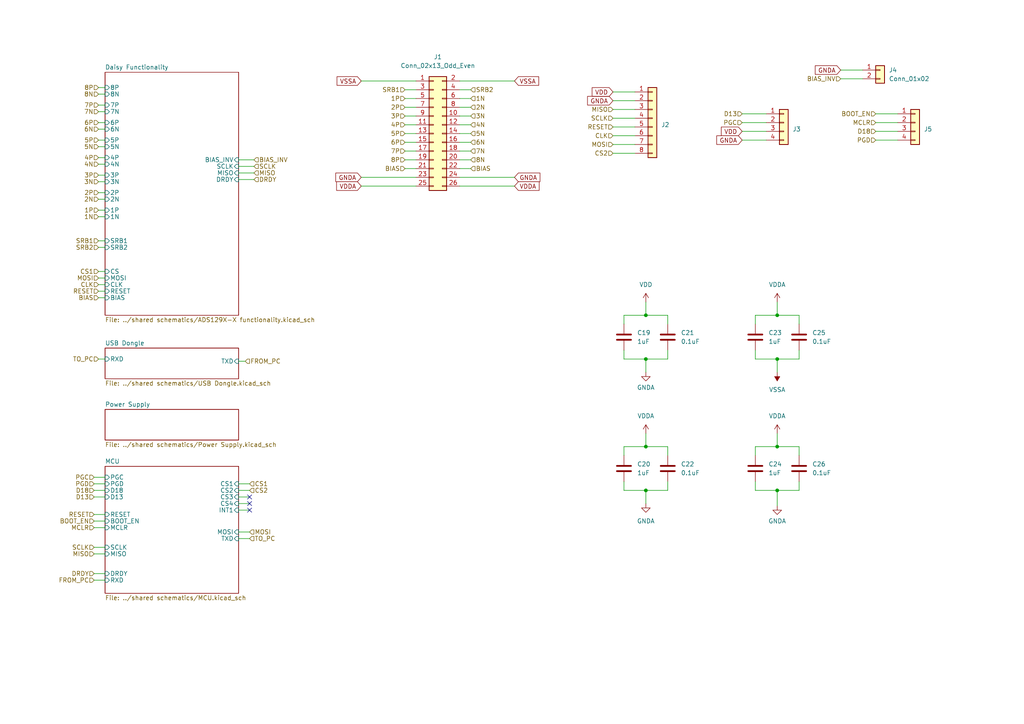
<source format=kicad_sch>
(kicad_sch (version 20230121) (generator eeschema)
  (paper "A4")
  (title_block (date "2023-01-05") (rev "A") (company "Brain-4ce"))
  (lib_symbols
    (symbol "Connector_Generic:Conn_01x02" (pin_names (offset 1.016) hide)
      (property "Reference" "J" (at 0 2.54 0))
      (property "Value" "Conn_01x02" (at 0 -5.08 0))
      (symbol "Conn_01x02_1_1"
        (rectangle (start -1.27 -2.413) (end 0 -2.667) (stroke (width 0.1524)))
        (rectangle (start -1.27 0.127) (end 0 -0.127) (stroke (width 0.1524)))
        (rectangle (start -1.27 1.27) (end 1.27 -3.81) (stroke (width 0.254)) (fill (type background)))
        (pin passive line (at -5.08 0 0) (length 3.81) (name "Pin_1") (number "1"))
        (pin passive line (at -5.08 -2.54 0) (length 3.81) (name "Pin_2") (number "2"))
      )
    )
    (symbol "Connector_Generic:Conn_01x04" (pin_names (offset 1.016) hide)
      (property "Reference" "J" (at 0 5.08 0))
      (property "Value" "Conn_01x04" (at 0 -7.62 0))
      (symbol "Conn_01x04_1_1"
        (rectangle (start -1.27 -4.953) (end 0 -5.207) (stroke (width 0.1524)))
        (rectangle (start -1.27 -2.413) (end 0 -2.667) (stroke (width 0.1524)))
        (rectangle (start -1.27 0.127) (end 0 -0.127) (stroke (width 0.1524)))
        (rectangle (start -1.27 2.667) (end 0 2.413) (stroke (width 0.1524)))
        (rectangle (start -1.27 3.81) (end 1.27 -6.35) (stroke (width 0.254)) (fill (type background)))
        (pin passive line (at -5.08 2.54 0) (length 3.81) (name "Pin_1") (number "1"))
        (pin passive line (at -5.08 0 0) (length 3.81) (name "Pin_2") (number "2"))
        (pin passive line (at -5.08 -2.54 0) (length 3.81) (name "Pin_3") (number "3"))
        (pin passive line (at -5.08 -5.08 0) (length 3.81) (name "Pin_4") (number "4"))
      )
    )
    (symbol "Connector_Generic:Conn_01x08" (pin_names (offset 1.016) hide)
      (property "Reference" "J" (at 0 10.16 0))
      (property "Value" "Conn_01x08" (at 0 -12.7 0))
      (symbol "Conn_01x08_1_1"
        (rectangle (start -1.27 -10.033) (end 0 -10.287) (stroke (width 0.1524)))
        (rectangle (start -1.27 -7.493) (end 0 -7.747) (stroke (width 0.1524)))
        (rectangle (start -1.27 -4.953) (end 0 -5.207) (stroke (width 0.1524)))
        (rectangle (start -1.27 -2.413) (end 0 -2.667) (stroke (width 0.1524)))
        (rectangle (start -1.27 0.127) (end 0 -0.127) (stroke (width 0.1524)))
        (rectangle (start -1.27 2.667) (end 0 2.413) (stroke (width 0.1524)))
        (rectangle (start -1.27 5.207) (end 0 4.953) (stroke (width 0.1524)))
        (rectangle (start -1.27 7.747) (end 0 7.493) (stroke (width 0.1524)))
        (rectangle (start -1.27 8.89) (end 1.27 -11.43) (stroke (width 0.254)) (fill (type background)))
        (pin passive line (at -5.08 7.62 0) (length 3.81) (name "Pin_1") (number "1"))
        (pin passive line (at -5.08 5.08 0) (length 3.81) (name "Pin_2") (number "2"))
        (pin passive line (at -5.08 2.54 0) (length 3.81) (name "Pin_3") (number "3"))
        (pin passive line (at -5.08 0 0) (length 3.81) (name "Pin_4") (number "4"))
        (pin passive line (at -5.08 -2.54 0) (length 3.81) (name "Pin_5") (number "5"))
        (pin passive line (at -5.08 -5.08 0) (length 3.81) (name "Pin_6") (number "6"))
        (pin passive line (at -5.08 -7.62 0) (length 3.81) (name "Pin_7") (number "7"))
        (pin passive line (at -5.08 -10.16 0) (length 3.81) (name "Pin_8") (number "8"))
      )
    )
    (symbol "Connector_Generic:Conn_02x13_Odd_Even" (pin_names (offset 1.016) hide)
      (property "Reference" "J" (at 1.27 17.78 0))
      (property "Value" "Conn_02x13_Odd_Even" (at 1.27 -17.78 0))
      (symbol "Conn_02x13_Odd_Even_1_1"
        (rectangle (start -1.27 -15.113) (end 0 -15.367) (stroke (width 0.1524)))
        (rectangle (start -1.27 -12.573) (end 0 -12.827) (stroke (width 0.1524)))
        (rectangle (start -1.27 -10.033) (end 0 -10.287) (stroke (width 0.1524)))
        (rectangle (start -1.27 -7.493) (end 0 -7.747) (stroke (width 0.1524)))
        (rectangle (start -1.27 -4.953) (end 0 -5.207) (stroke (width 0.1524)))
        (rectangle (start -1.27 -2.413) (end 0 -2.667) (stroke (width 0.1524)))
        (rectangle (start -1.27 0.127) (end 0 -0.127) (stroke (width 0.1524)))
        (rectangle (start -1.27 2.667) (end 0 2.413) (stroke (width 0.1524)))
        (rectangle (start -1.27 5.207) (end 0 4.953) (stroke (width 0.1524)))
        (rectangle (start -1.27 7.747) (end 0 7.493) (stroke (width 0.1524)))
        (rectangle (start -1.27 10.287) (end 0 10.033) (stroke (width 0.1524)))
        (rectangle (start -1.27 12.827) (end 0 12.573) (stroke (width 0.1524)))
        (rectangle (start -1.27 15.367) (end 0 15.113) (stroke (width 0.1524)))
        (rectangle (start -1.27 16.51) (end 3.81 -16.51) (stroke (width 0.254)) (fill (type background)))
        (rectangle (start 3.81 -15.113) (end 2.54 -15.367) (stroke (width 0.1524)))
        (rectangle (start 3.81 -12.573) (end 2.54 -12.827) (stroke (width 0.1524)))
        (rectangle (start 3.81 -10.033) (end 2.54 -10.287) (stroke (width 0.1524)))
        (rectangle (start 3.81 -7.493) (end 2.54 -7.747) (stroke (width 0.1524)))
        (rectangle (start 3.81 -4.953) (end 2.54 -5.207) (stroke (width 0.1524)))
        (rectangle (start 3.81 -2.413) (end 2.54 -2.667) (stroke (width 0.1524)))
        (rectangle (start 3.81 0.127) (end 2.54 -0.127) (stroke (width 0.1524)))
        (rectangle (start 3.81 2.667) (end 2.54 2.413) (stroke (width 0.1524)))
        (rectangle (start 3.81 5.207) (end 2.54 4.953) (stroke (width 0.1524)))
        (rectangle (start 3.81 7.747) (end 2.54 7.493) (stroke (width 0.1524)))
        (rectangle (start 3.81 10.287) (end 2.54 10.033) (stroke (width 0.1524)))
        (rectangle (start 3.81 12.827) (end 2.54 12.573) (stroke (width 0.1524)))
        (rectangle (start 3.81 15.367) (end 2.54 15.113) (stroke (width 0.1524)))
        (pin passive line (at -5.08 15.24 0) (length 3.81) (name "Pin_1") (number "1"))
        (pin passive line (at 7.62 5.08 180) (length 3.81) (name "Pin_10") (number "10"))
        (pin passive line (at -5.08 2.54 0) (length 3.81) (name "Pin_11") (number "11"))
        (pin passive line (at 7.62 2.54 180) (length 3.81) (name "Pin_12") (number "12"))
        (pin passive line (at -5.08 0 0) (length 3.81) (name "Pin_13") (number "13"))
        (pin passive line (at 7.62 0 180) (length 3.81) (name "Pin_14") (number "14"))
        (pin passive line (at -5.08 -2.54 0) (length 3.81) (name "Pin_15") (number "15"))
        (pin passive line (at 7.62 -2.54 180) (length 3.81) (name "Pin_16") (number "16"))
        (pin passive line (at -5.08 -5.08 0) (length 3.81) (name "Pin_17") (number "17"))
        (pin passive line (at 7.62 -5.08 180) (length 3.81) (name "Pin_18") (number "18"))
        (pin passive line (at -5.08 -7.62 0) (length 3.81) (name "Pin_19") (number "19"))
        (pin passive line (at 7.62 15.24 180) (length 3.81) (name "Pin_2") (number "2"))
        (pin passive line (at 7.62 -7.62 180) (length 3.81) (name "Pin_20") (number "20"))
        (pin passive line (at -5.08 -10.16 0) (length 3.81) (name "Pin_21") (number "21"))
        (pin passive line (at 7.62 -10.16 180) (length 3.81) (name "Pin_22") (number "22"))
        (pin passive line (at -5.08 -12.7 0) (length 3.81) (name "Pin_23") (number "23"))
        (pin passive line (at 7.62 -12.7 180) (length 3.81) (name "Pin_24") (number "24"))
        (pin passive line (at -5.08 -15.24 0) (length 3.81) (name "Pin_25") (number "25"))
        (pin passive line (at 7.62 -15.24 180) (length 3.81) (name "Pin_26") (number "26"))
        (pin passive line (at -5.08 12.7 0) (length 3.81) (name "Pin_3") (number "3"))
        (pin passive line (at 7.62 12.7 180) (length 3.81) (name "Pin_4") (number "4"))
        (pin passive line (at -5.08 10.16 0) (length 3.81) (name "Pin_5") (number "5"))
        (pin passive line (at 7.62 10.16 180) (length 3.81) (name "Pin_6") (number "6"))
        (pin passive line (at -5.08 7.62 0) (length 3.81) (name "Pin_7") (number "7"))
        (pin passive line (at 7.62 7.62 180) (length 3.81) (name "Pin_8") (number "8"))
        (pin passive line (at -5.08 5.08 0) (length 3.81) (name "Pin_9") (number "9"))
      )
    )
    (symbol "Device:C" (pin_numbers hide) (pin_names (offset 0.254))
      (property "Reference" "C" (at 0.635 2.54 0))
      (property "Value" "C" (at 0.635 -2.54 0))
      (symbol "C_0_1"
        (polyline (pts (xy -2.032 -0.762) (xy 2.032 -0.762)) (stroke (width 0.508)))
        (polyline (pts (xy -2.032 0.762) (xy 2.032 0.762)) (stroke (width 0.508)))
      )
      (symbol "C_1_1"
        (pin passive line (at 0 3.81 270) (length 2.794) (name "~") (number "1"))
        (pin passive line (at 0 -3.81 90) (length 2.794) (name "~") (number "2"))
      )
    )
    (symbol "power:GNDA" (power) (pin_names (offset 0))
      (property "Value" "GNDA" (at 0 -3.81 0))
      (symbol "GNDA_0_1"
        (polyline (pts (xy 0 0) (xy 0 -1.27) (xy 1.27 -1.27) (xy 0 -2.54) (xy -1.27 -1.27) (xy 0 -1.27)))
      )
      (symbol "GNDA_1_1"
        (pin power_in line (at 0 0 270) (length 0) hide (name "GNDA") (number "1"))
      )
    )
    (symbol "power:VDD" (power) (pin_names (offset 0))
      (property "Value" "VDD" (at 0 3.81 0))
      (symbol "VDD_0_1"
        (polyline (pts (xy -0.762 1.27) (xy 0 2.54)))
        (polyline (pts (xy 0 0) (xy 0 2.54)))
        (polyline (pts (xy 0 2.54) (xy 0.762 1.27)))
      )
      (symbol "VDD_1_1"
        (pin power_in line (at 0 0 90) (length 0) hide (name "VDD") (number "1"))
      )
    )
    (symbol "power:VDDA" (power) (pin_names (offset 0))
      (property "Value" "VDDA" (at 0 3.81 0))
      (symbol "VDDA_0_1"
        (polyline (pts (xy -0.762 1.27) (xy 0 2.54)))
        (polyline (pts (xy 0 0) (xy 0 2.54)))
        (polyline (pts (xy 0 2.54) (xy 0.762 1.27)))
      )
      (symbol "VDDA_1_1"
        (pin power_in line (at 0 0 90) (length 0) hide (name "VDDA") (number "1"))
      )
    )
    (symbol "power:VSSA" (power) (pin_names (offset 0))
      (property "Value" "VSSA" (at 0 3.81 0))
      (symbol "VSSA_0_1"
        (polyline (pts (xy 0 0) (xy 0 2.54)))
        (polyline (pts (xy 0.762 1.27) (xy -0.762 1.27) (xy 0 2.54) (xy 0.762 1.27)) (fill (type outline)))
      )
      (symbol "VSSA_1_1"
        (pin power_in line (at 0 0 90) (length 0) hide (name "VSSA") (number "1"))
      )
    )
  )
  (junction (at 225.425 129.54))
  (junction (at 187.325 104.14))
  (junction (at 225.425 104.14))
  (junction (at 225.425 142.24))
  (junction (at 225.425 91.44))
  (junction (at 187.325 91.44))
  (junction (at 187.325 129.54))
  (junction (at 187.325 142.24))
  (no_connect (at 72.39 146.05))
  (no_connect (at 72.39 144.145))
  (no_connect (at 72.39 147.955))
  (wire (pts (xy 180.975 142.24) (xy 187.325 142.24)))
  (wire (pts (xy 136.525 31.115) (xy 133.35 31.115)))
  (wire (pts (xy 243.84 20.32) (xy 250.19 20.32)))
  (wire (pts (xy 69.215 142.24) (xy 72.39 142.24)))
  (wire (pts (xy 193.675 142.24) (xy 193.675 139.7)))
  (wire (pts (xy 225.425 104.14) (xy 231.775 104.14)))
  (wire (pts (xy 225.425 91.44) (xy 231.775 91.44)))
  (wire (pts (xy 69.215 140.335) (xy 72.39 140.335)))
  (wire (pts (xy 177.8 39.37) (xy 184.15 39.37)))
  (wire (pts (xy 28.575 62.865) (xy 30.48 62.865)))
  (wire (pts (xy 219.075 104.14) (xy 225.425 104.14)))
  (wire (pts (xy 27.305 168.275) (xy 30.48 168.275)))
  (wire (pts (xy 28.575 45.72) (xy 30.48 45.72)))
  (wire (pts (xy 177.8 44.45) (xy 184.15 44.45)))
  (wire (pts (xy 180.975 101.6) (xy 180.975 104.14)))
  (wire (pts (xy 180.975 139.7) (xy 180.975 142.24)))
  (wire (pts (xy 219.075 91.44) (xy 225.425 91.44)))
  (wire (pts (xy 27.305 144.145) (xy 30.48 144.145)))
  (wire (pts (xy 225.425 129.54) (xy 231.775 129.54)))
  (wire (pts (xy 149.225 53.975) (xy 133.35 53.975)))
  (wire (pts (xy 69.215 52.07) (xy 73.66 52.07)))
  (wire (pts (xy 120.65 51.435) (xy 104.775 51.435)))
  (wire (pts (xy 219.075 142.24) (xy 225.425 142.24)))
  (wire (pts (xy 187.325 142.24) (xy 193.675 142.24)))
  (wire (pts (xy 136.525 43.815) (xy 133.35 43.815)))
  (wire (pts (xy 231.775 142.24) (xy 231.775 139.7)))
  (wire (pts (xy 136.525 46.355) (xy 133.35 46.355)))
  (wire (pts (xy 215.265 38.1) (xy 222.25 38.1)))
  (wire (pts (xy 177.8 26.67) (xy 184.15 26.67)))
  (wire (pts (xy 187.325 87.63) (xy 187.325 91.44)))
  (wire (pts (xy 27.305 153.035) (xy 30.48 153.035)))
  (wire (pts (xy 180.975 91.44) (xy 187.325 91.44)))
  (wire (pts (xy 149.225 51.435) (xy 133.35 51.435)))
  (wire (pts (xy 180.975 132.08) (xy 180.975 129.54)))
  (wire (pts (xy 28.575 78.74) (xy 30.48 78.74)))
  (wire (pts (xy 117.475 38.735) (xy 120.65 38.735)))
  (wire (pts (xy 219.075 139.7) (xy 219.075 142.24)))
  (wire (pts (xy 28.575 57.785) (xy 30.48 57.785)))
  (wire (pts (xy 117.475 41.275) (xy 120.65 41.275)))
  (wire (pts (xy 69.215 104.775) (xy 71.12 104.775)))
  (wire (pts (xy 225.425 142.24) (xy 231.775 142.24)))
  (wire (pts (xy 27.305 158.75) (xy 30.48 158.75)))
  (wire (pts (xy 117.475 46.355) (xy 120.65 46.355)))
  (wire (pts (xy 27.305 138.43) (xy 30.48 138.43)))
  (wire (pts (xy 187.325 125.73) (xy 187.325 129.54)))
  (wire (pts (xy 69.215 156.21) (xy 72.39 156.21)))
  (wire (pts (xy 117.475 36.195) (xy 120.65 36.195)))
  (wire (pts (xy 28.575 50.8) (xy 30.48 50.8)))
  (wire (pts (xy 117.475 33.655) (xy 120.65 33.655)))
  (wire (pts (xy 28.575 35.56) (xy 30.48 35.56)))
  (wire (pts (xy 117.475 26.035) (xy 120.65 26.035)))
  (wire (pts (xy 187.325 142.24) (xy 187.325 146.05)))
  (wire (pts (xy 69.215 154.305) (xy 72.39 154.305)))
  (wire (pts (xy 28.575 30.48) (xy 30.48 30.48)))
  (wire (pts (xy 180.975 129.54) (xy 187.325 129.54)))
  (wire (pts (xy 219.075 101.6) (xy 219.075 104.14)))
  (wire (pts (xy 69.215 147.955) (xy 72.39 147.955)))
  (wire (pts (xy 27.305 149.225) (xy 30.48 149.225)))
  (wire (pts (xy 136.525 36.195) (xy 133.35 36.195)))
  (wire (pts (xy 27.305 142.24) (xy 30.48 142.24)))
  (wire (pts (xy 27.305 166.37) (xy 30.48 166.37)))
  (wire (pts (xy 149.225 23.495) (xy 133.35 23.495)))
  (wire (pts (xy 28.575 104.14) (xy 30.48 104.14)))
  (wire (pts (xy 215.265 33.02) (xy 222.25 33.02)))
  (wire (pts (xy 219.075 93.98) (xy 219.075 91.44)))
  (wire (pts (xy 254 38.1) (xy 260.35 38.1)))
  (wire (pts (xy 27.305 151.13) (xy 30.48 151.13)))
  (wire (pts (xy 117.475 31.115) (xy 120.65 31.115)))
  (wire (pts (xy 225.425 87.63) (xy 225.425 91.44)))
  (wire (pts (xy 193.675 91.44) (xy 193.675 93.98)))
  (wire (pts (xy 180.975 93.98) (xy 180.975 91.44)))
  (wire (pts (xy 136.525 33.655) (xy 133.35 33.655)))
  (wire (pts (xy 28.575 52.705) (xy 30.48 52.705)))
  (wire (pts (xy 69.215 144.145) (xy 72.39 144.145)))
  (wire (pts (xy 120.65 53.975) (xy 104.775 53.975)))
  (wire (pts (xy 117.475 48.895) (xy 120.65 48.895)))
  (wire (pts (xy 136.525 48.895) (xy 133.35 48.895)))
  (wire (pts (xy 28.575 84.455) (xy 30.48 84.455)))
  (wire (pts (xy 28.575 47.625) (xy 30.48 47.625)))
  (wire (pts (xy 187.325 91.44) (xy 193.675 91.44)))
  (wire (pts (xy 177.8 31.75) (xy 184.15 31.75)))
  (wire (pts (xy 28.575 32.385) (xy 30.48 32.385)))
  (wire (pts (xy 136.525 41.275) (xy 133.35 41.275)))
  (wire (pts (xy 193.675 129.54) (xy 193.675 132.08)))
  (wire (pts (xy 187.325 104.14) (xy 187.325 107.95)))
  (wire (pts (xy 225.425 125.73) (xy 225.425 129.54)))
  (wire (pts (xy 254 40.64) (xy 260.35 40.64)))
  (wire (pts (xy 69.215 50.165) (xy 73.66 50.165)))
  (wire (pts (xy 177.8 29.21) (xy 184.15 29.21)))
  (wire (pts (xy 177.8 36.83) (xy 184.15 36.83)))
  (wire (pts (xy 27.305 140.335) (xy 30.48 140.335)))
  (wire (pts (xy 28.575 80.645) (xy 30.48 80.645)))
  (wire (pts (xy 28.575 25.4) (xy 30.48 25.4)))
  (wire (pts (xy 136.525 26.035) (xy 133.35 26.035)))
  (wire (pts (xy 69.215 46.355) (xy 73.66 46.355)))
  (wire (pts (xy 28.575 71.755) (xy 30.48 71.755)))
  (wire (pts (xy 27.305 160.655) (xy 30.48 160.655)))
  (wire (pts (xy 243.84 22.86) (xy 250.19 22.86)))
  (wire (pts (xy 28.575 40.64) (xy 30.48 40.64)))
  (wire (pts (xy 225.425 142.24) (xy 225.425 146.685)))
  (wire (pts (xy 225.425 104.14) (xy 225.425 107.95)))
  (wire (pts (xy 136.525 28.575) (xy 133.35 28.575)))
  (wire (pts (xy 231.775 91.44) (xy 231.775 93.98)))
  (wire (pts (xy 28.575 60.96) (xy 30.48 60.96)))
  (wire (pts (xy 254 35.56) (xy 260.35 35.56)))
  (wire (pts (xy 177.8 34.29) (xy 184.15 34.29)))
  (wire (pts (xy 117.475 28.575) (xy 120.65 28.575)))
  (wire (pts (xy 187.325 129.54) (xy 193.675 129.54)))
  (wire (pts (xy 219.075 132.08) (xy 219.075 129.54)))
  (wire (pts (xy 28.575 69.85) (xy 30.48 69.85)))
  (wire (pts (xy 28.575 55.88) (xy 30.48 55.88)))
  (wire (pts (xy 28.575 42.545) (xy 30.48 42.545)))
  (wire (pts (xy 28.575 86.36) (xy 30.48 86.36)))
  (wire (pts (xy 69.215 48.26) (xy 73.66 48.26)))
  (wire (pts (xy 187.325 104.14) (xy 193.675 104.14)))
  (wire (pts (xy 69.215 146.05) (xy 72.39 146.05)))
  (wire (pts (xy 215.265 40.64) (xy 222.25 40.64)))
  (wire (pts (xy 215.265 35.56) (xy 222.25 35.56)))
  (wire (pts (xy 193.675 104.14) (xy 193.675 101.6)))
  (wire (pts (xy 177.8 41.91) (xy 184.15 41.91)))
  (wire (pts (xy 28.575 27.305) (xy 30.48 27.305)))
  (wire (pts (xy 117.475 43.815) (xy 120.65 43.815)))
  (wire (pts (xy 219.075 129.54) (xy 225.425 129.54)))
  (wire (pts (xy 136.525 38.735) (xy 133.35 38.735)))
  (wire (pts (xy 104.775 23.495) (xy 120.65 23.495)))
  (wire (pts (xy 231.775 129.54) (xy 231.775 132.08)))
  (wire (pts (xy 254 33.02) (xy 260.35 33.02)))
  (wire (pts (xy 231.775 104.14) (xy 231.775 101.6)))
  (wire (pts (xy 28.575 37.465) (xy 30.48 37.465)))
  (wire (pts (xy 180.975 104.14) (xy 187.325 104.14)))
  (wire (pts (xy 28.575 82.55) (xy 30.48 82.55)))
  (global_label "VSSA" (shape input) (at 149.225 23.495 0) (property "Intersheetrefs" "${INTERSHEET_REFS}" (effects hide)))
  (global_label "GNDA" (shape input) (at 215.265 40.64 180) (property "Intersheetrefs" "${INTERSHEET_REFS}" (effects hide)))
  (global_label "VDDA" (shape input) (at 149.225 53.975 0) (property "Intersheetrefs" "${INTERSHEET_REFS}" (effects hide)))
  (global_label "GNDA" (shape input) (at 149.225 51.435 0) (property "Intersheetrefs" "${INTERSHEET_REFS}" (effects hide)))
  (global_label "VDDA" (shape input) (at 104.775 53.975 180) (property "Intersheetrefs" "${INTERSHEET_REFS}" (effects hide)))
  (global_label "GNDA" (shape input) (at 104.775 51.435 180) (property "Intersheetrefs" "${INTERSHEET_REFS}" (effects hide)))
  (global_label "VDD" (shape input) (at 215.265 38.1 180) (property "Intersheetrefs" "${INTERSHEET_REFS}" (effects hide)))
  (global_label "VSSA" (shape input) (at 104.775 23.495 180) (property "Intersheetrefs" "${INTERSHEET_REFS}" (effects hide)))
  (global_label "GNDA" (shape input) (at 177.8 29.21 180) (property "Intersheetrefs" "${INTERSHEET_REFS}" (effects hide)))
  (global_label "VDD" (shape input) (at 177.8 26.67 180) (property "Intersheetrefs" "${INTERSHEET_REFS}" (effects hide)))
  (global_label "GNDA" (shape input) (at 243.84 20.32 180) (property "Intersheetrefs" "${INTERSHEET_REFS}" (effects hide)))
  (hierarchical_label "PGD" (shape input) (at 27.305 140.335 180))
  (hierarchical_label "RESET" (shape input) (at 28.575 84.455 180))
  (hierarchical_label "2N" (shape input) (at 136.525 31.115 0))
  (hierarchical_label "MOSI" (shape input) (at 28.575 80.645 180))
  (hierarchical_label "D18" (shape input) (at 27.305 142.24 180))
  (hierarchical_label "MISO" (shape input) (at 73.66 50.165 0))
  (hierarchical_label "TO_PC" (shape input) (at 28.575 104.14 180))
  (hierarchical_label "BIAS" (shape input) (at 117.475 48.895 180))
  (hierarchical_label "8N" (shape input) (at 136.525 46.355 0))
  (hierarchical_label "7P" (shape input) (at 28.575 30.48 180))
  (hierarchical_label "1P" (shape input) (at 117.475 28.575 180))
  (hierarchical_label "RESET" (shape input) (at 27.305 149.225 180))
  (hierarchical_label "D18" (shape input) (at 254 38.1 180))
  (hierarchical_label "6N" (shape input) (at 28.575 37.465 180))
  (hierarchical_label "BOOT_EN" (shape input) (at 27.305 151.13 180))
  (hierarchical_label "SRB1" (shape input) (at 28.575 69.85 180))
  (hierarchical_label "5P" (shape input) (at 28.575 40.64 180))
  (hierarchical_label "BOOT_EN" (shape input) (at 254 33.02 180))
  (hierarchical_label "BIAS_INV" (shape input) (at 73.66 46.355 0))
  (hierarchical_label "5N" (shape input) (at 28.575 42.545 180))
  (hierarchical_label "MISO" (shape input) (at 27.305 160.655 180))
  (hierarchical_label "CS1" (shape input) (at 72.39 140.335 0))
  (hierarchical_label "MISO" (shape input) (at 177.8 31.75 180))
  (hierarchical_label "CS1" (shape input) (at 28.575 78.74 180))
  (hierarchical_label "MCLR" (shape input) (at 254 35.56 180))
  (hierarchical_label "2P" (shape input) (at 28.575 55.88 180))
  (hierarchical_label "CLK" (shape input) (at 28.575 82.55 180))
  (hierarchical_label "4P" (shape input) (at 117.475 36.195 180))
  (hierarchical_label "PGC" (shape input) (at 27.305 138.43 180))
  (hierarchical_label "CS2" (shape input) (at 177.8 44.45 180))
  (hierarchical_label "CS2" (shape input) (at 72.39 142.24 0))
  (hierarchical_label "1N" (shape input) (at 136.525 28.575 0))
  (hierarchical_label "MCLR" (shape input) (at 27.305 153.035 180))
  (hierarchical_label "6N" (shape input) (at 136.525 41.275 0))
  (hierarchical_label "6P" (shape input) (at 117.475 41.275 180))
  (hierarchical_label "PGD" (shape input) (at 254 40.64 180))
  (hierarchical_label "1P" (shape input) (at 28.575 60.96 180))
  (hierarchical_label "BIAS_INV" (shape input) (at 243.84 22.86 180))
  (hierarchical_label "FROM_PC" (shape input) (at 71.12 104.775 0))
  (hierarchical_label "7P" (shape input) (at 117.475 43.815 180))
  (hierarchical_label "8P" (shape input) (at 117.475 46.355 180))
  (hierarchical_label "DRDY" (shape input) (at 73.66 52.07 0))
  (hierarchical_label "MOSI" (shape input) (at 177.8 41.91 180))
  (hierarchical_label "5P" (shape input) (at 117.475 38.735 180))
  (hierarchical_label "CLK" (shape input) (at 177.8 39.37 180))
  (hierarchical_label "BIAS" (shape input) (at 28.575 86.36 180))
  (hierarchical_label "D13" (shape input) (at 27.305 144.145 180))
  (hierarchical_label "4N" (shape input) (at 28.575 47.625 180))
  (hierarchical_label "4P" (shape input) (at 28.575 45.72 180))
  (hierarchical_label "SCLK" (shape input) (at 73.66 48.26 0))
  (hierarchical_label "3N" (shape input) (at 136.525 33.655 0))
  (hierarchical_label "5N" (shape input) (at 136.525 38.735 0))
  (hierarchical_label "SRB2" (shape input) (at 28.575 71.755 180))
  (hierarchical_label "2N" (shape input) (at 28.575 57.785 180))
  (hierarchical_label "SCLK" (shape input) (at 27.305 158.75 180))
  (hierarchical_label "6P" (shape input) (at 28.575 35.56 180))
  (hierarchical_label "1N" (shape input) (at 28.575 62.865 180))
  (hierarchical_label "SCLK" (shape input) (at 177.8 34.29 180))
  (hierarchical_label "2P" (shape input) (at 117.475 31.115 180))
  (hierarchical_label "8N" (shape input) (at 28.575 27.305 180))
  (hierarchical_label "SRB2" (shape input) (at 136.525 26.035 0))
  (hierarchical_label "RESET" (shape input) (at 177.8 36.83 180))
  (hierarchical_label "BIAS" (shape input) (at 136.525 48.895 0))
  (hierarchical_label "3P" (shape input) (at 28.575 50.8 180))
  (hierarchical_label "3P" (shape input) (at 117.475 33.655 180))
  (hierarchical_label "MOSI" (shape input) (at 72.39 154.305 0))
  (hierarchical_label "PGC" (shape input) (at 215.265 35.56 180))
  (hierarchical_label "3N" (shape input) (at 28.575 52.705 180))
  (hierarchical_label "7N" (shape input) (at 136.525 43.815 0))
  (hierarchical_label "SRB1" (shape input) (at 117.475 26.035 180))
  (hierarchical_label "7N" (shape input) (at 28.575 32.385 180))
  (hierarchical_label "D13" (shape input) (at 215.265 33.02 180))
  (hierarchical_label "FROM_PC" (shape input) (at 27.305 168.275 180))
  (hierarchical_label "TO_PC" (shape input) (at 72.39 156.21 0))
  (hierarchical_label "DRDY" (shape input) (at 27.305 166.37 180))
  (hierarchical_label "4N" (shape input) (at 136.525 36.195 0))
  (hierarchical_label "8P" (shape input) (at 28.575 25.4 180))
  (symbol (lib_id "power:GNDA") (at 187.325 146.05 0) (unit 1)
    (property "Reference" "#PWR04" (effects hide))
    (property "Value" "GNDA" (at 187.325 151.13 0))
  )
  (symbol (lib_id "power:GNDA") (at 225.425 146.685 0) (unit 1)
    (property "Reference" "#PWR08" (effects hide))
    (property "Value" "GNDA" (at 225.425 151.13 0))
  )
  (symbol (lib_id "power:VDDA") (at 187.325 125.73 0) (unit 1)
    (property "Reference" "#PWR03" (effects hide))
    (property "Value" "VDDA" (at 187.325 120.65 0))
  )
  (symbol (lib_id "Connector_Generic:Conn_01x02") (at 255.27 20.32 0) (unit 1)
    (property "Reference" "J4" (at 257.81 20.3199 0) (effects (justify left)))
    (property "Value" "Conn_01x02" (at 257.81 22.8599 0) (effects (justify left)))
    (property "Footprint" "Connector_PinSocket_2.54mm:PinSocket_1x02_P2.54mm_Vertical" (effects hide))
  )
  (symbol (lib_id "power:VDD") (at 187.325 87.63 0) (unit 1)
    (property "Reference" "#PWR01" (effects hide))
    (property "Value" "VDD" (at 187.325 82.55 0))
  )
  (symbol (lib_id "Device:C") (at 193.675 135.89 0) (unit 1)
    (property "Reference" "C22" (at 197.485 134.6199 0) (effects (justify left)))
    (property "Value" "0.1uF" (at 197.485 137.1599 0) (effects (justify left)))
    (property "Footprint" "Capacitor_SMD:C_0402_1005Metric" (effects hide))
  )
  (symbol (lib_id "Connector_Generic:Conn_01x08") (at 189.23 34.29 0) (unit 1)
    (property "Reference" "J2" (at 191.77 36.195 0) (effects (justify left)))
    (property "Value" "Conn_01x08" (effects hide))
    (property "Footprint" "Connector_PinSocket_2.54mm:PinSocket_1x08_P2.54mm_Vertical" (effects hide))
  )
  (symbol (lib_id "Device:C") (at 231.775 135.89 0) (unit 1)
    (property "Reference" "C26" (at 235.585 134.6199 0) (effects (justify left)))
    (property "Value" "0.1uF" (at 235.585 137.1599 0) (effects (justify left)))
    (property "Footprint" "Capacitor_SMD:C_0402_1005Metric" (effects hide))
  )
  (symbol (lib_id "power:GNDA") (at 187.325 107.95 0) (unit 1)
    (property "Reference" "#PWR02" (effects hide))
    (property "Value" "GNDA" (at 187.325 112.395 0))
  )
  (symbol (lib_id "Device:C") (at 219.075 97.79 0) (unit 1)
    (property "Reference" "C23" (at 222.885 96.5199 0) (effects (justify left)))
    (property "Value" "1uF" (at 222.885 99.0599 0) (effects (justify left)))
    (property "Footprint" "Capacitor_SMD:C_0402_1005Metric" (effects hide))
  )
  (symbol (lib_id "Device:C") (at 193.675 97.79 0) (unit 1)
    (property "Reference" "C21" (at 197.485 96.5199 0) (effects (justify left)))
    (property "Value" "0.1uF" (at 197.485 99.0599 0) (effects (justify left)))
    (property "Footprint" "Capacitor_SMD:C_0402_1005Metric" (effects hide))
  )
  (symbol (lib_id "power:VDDA") (at 225.425 87.63 0) (unit 1)
    (property "Reference" "#PWR05" (effects hide))
    (property "Value" "VDDA" (at 225.425 82.55 0))
  )
  (symbol (lib_id "power:VDDA") (at 225.425 125.73 0) (unit 1)
    (property "Reference" "#PWR07" (effects hide))
    (property "Value" "VDDA" (at 225.425 120.65 0))
  )
  (symbol (lib_id "Device:C") (at 180.975 97.79 0) (unit 1)
    (property "Reference" "C19" (at 184.785 96.5199 0) (effects (justify left)))
    (property "Value" "1uF" (at 184.785 99.0599 0) (effects (justify left)))
    (property "Footprint" "Capacitor_SMD:C_0402_1005Metric" (effects hide))
  )
  (symbol (lib_id "Connector_Generic:Conn_02x13_Odd_Even") (at 125.73 38.735 0) (unit 1)
    (property "Reference" "J1" (at 127 16.51 0))
    (property "Value" "Conn_02x13_Odd_Even" (at 127 19.05 0))
    (property "Footprint" "Connector_PinHeader_2.54mm:PinHeader_2x13_P2.54mm_Horizontal" (effects hide))
  )
  (symbol (lib_id "Device:C") (at 219.075 135.89 0) (unit 1)
    (property "Reference" "C24" (at 222.885 134.6199 0) (effects (justify left)))
    (property "Value" "1uF" (at 222.885 137.1599 0) (effects (justify left)))
    (property "Footprint" "Capacitor_SMD:C_0402_1005Metric" (effects hide))
  )
  (symbol (lib_id "power:VSSA") (at 225.425 107.95 180) (unit 1)
    (property "Reference" "#PWR06" (effects hide))
    (property "Value" "VSSA" (at 225.425 113.03 0))
  )
  (symbol (lib_id "Device:C") (at 231.775 97.79 0) (unit 1)
    (property "Reference" "C25" (at 235.585 96.5199 0) (effects (justify left)))
    (property "Value" "0.1uF" (at 235.585 99.0599 0) (effects (justify left)))
    (property "Footprint" "Capacitor_SMD:C_0402_1005Metric" (effects hide))
  )
  (symbol (lib_id "Device:C") (at 180.975 135.89 0) (unit 1)
    (property "Reference" "C20" (at 184.785 134.6199 0) (effects (justify left)))
    (property "Value" "1uF" (at 184.785 137.1599 0) (effects (justify left)))
    (property "Footprint" "Capacitor_SMD:C_0402_1005Metric" (effects hide))
  )
  (symbol (lib_id "Connector_Generic:Conn_01x04") (at 265.43 35.56 0) (unit 1)
    (property "Reference" "J5" (at 267.97 37.465 0) (effects (justify left)))
    (property "Value" "Conn_01x04" (effects hide))
    (property "Footprint" "Connector_PinSocket_2.54mm:PinSocket_1x04_P2.54mm_Vertical" (effects hide))
  )
  (symbol (lib_id "Connector_Generic:Conn_01x04") (at 227.33 35.56 0) (unit 1)
    (property "Reference" "J3" (at 229.87 37.465 0) (effects (justify left)))
    (property "Value" "Conn_01x04" (effects hide))
    (property "Footprint" "Connector_PinSocket_2.54mm:PinSocket_1x04_P2.54mm_Vertical" (effects hide))
  )
  (sheet (at 30.48 20.955) (size 38.735 70.485) (stroke (width 0.1524))
    (property "Sheetname" "Daisy Functionality" (at 30.48 20.2434 0) (effects (justify left bottom)))
    (property "Sheetfile" "../shared schematics/ADS129X-X functionality.kicad_sch" (at 30.48 92.0246 0) (effects (justify left top)))
    (pin "BIAS" input (at 30.48 86.36 180))
    (pin "5N" input (at 30.48 42.545 180))
    (pin "7N" input (at 30.48 32.385 180))
    (pin "6N" input (at 30.48 37.465 180))
    (pin "7P" input (at 30.48 30.48 180))
    (pin "6P" input (at 30.48 35.56 180))
    (pin "4N" input (at 30.48 47.625 180))
    (pin "5P" input (at 30.48 40.64 180))
    (pin "8N" input (at 30.48 27.305 180))
    (pin "8P" input (at 30.48 25.4 180))
    (pin "3N" input (at 30.48 52.705 180))
    (pin "1P" input (at 30.48 60.96 180))
    (pin "SRB2" input (at 30.48 71.755 180))
    (pin "1N" input (at 30.48 62.865 180))
    (pin "2N" input (at 30.48 57.785 180))
    (pin "SRB1" input (at 30.48 69.85 180))
    (pin "2P" input (at 30.48 55.88 180))
    (pin "3P" input (at 30.48 50.8 180))
    (pin "4P" input (at 30.48 45.72 180))
    (pin "BIAS_INV" input (at 69.215 46.355 0))
    (pin "MOSI" input (at 30.48 80.645 180))
    (pin "SCLK" input (at 69.215 48.26 0))
    (pin "CLK" input (at 30.48 82.55 180))
    (pin "RESET" input (at 30.48 84.455 180))
    (pin "CS" input (at 30.48 78.74 180))
    (pin "MISO" input (at 69.215 50.165 0))
    (pin "DRDY" input (at 69.215 52.07 0))
  )
  (sheet (at 30.48 135.255) (size 38.735 36.83) (stroke (width 0.1524))
    (property "Sheetname" "MCU" (at 30.48 134.5434 0) (effects (justify left bottom)))
    (property "Sheetfile" "../shared schematics/MCU.kicad_sch" (at 30.48 172.6696 0) (effects (justify left top)))
    (pin "PGC" input (at 30.48 138.43 180))
    (pin "D13" input (at 30.48 144.145 180))
    (pin "CS1" input (at 69.215 140.335 0))
    (pin "SCLK" input (at 30.48 158.75 180))
    (pin "RXD" input (at 30.48 168.275 180))
    (pin "MISO" input (at 30.48 160.655 180))
    (pin "RESET" input (at 30.48 149.225 180))
    (pin "CS2" input (at 69.215 142.24 0))
    (pin "CS3" input (at 69.215 144.145 0))
    (pin "CS4" input (at 69.215 146.05 0))
    (pin "INT1" input (at 69.215 147.955 0))
    (pin "D18" input (at 30.48 142.24 180))
    (pin "DRDY" input (at 30.48 166.37 180))
    (pin "MOSI" input (at 69.215 154.305 0))
    (pin "BOOT_EN" input (at 30.48 151.13 180))
    (pin "TXD" input (at 69.215 156.21 0))
    (pin "PGD" input (at 30.48 140.335 180))
    (pin "MCLR" input (at 30.48 153.035 180))
  )
  (sheet (at 30.48 118.745) (size 38.735 8.89) (stroke (width 0.1524))
    (property "Sheetname" "Power Supply" (at 30.48 118.0334 0) (effects (justify left bottom)))
    (property "Sheetfile" "../shared schematics/Power Supply.kicad_sch" (at 30.48 128.2196 0) (effects (justify left top)))
  )
  (sheet (at 30.48 100.965) (size 38.735 8.89) (stroke (width 0.1524))
    (property "Sheetname" "USB Dongle" (at 30.48 100.2534 0) (effects (justify left bottom)))
    (property "Sheetfile" "../shared schematics/USB Dongle.kicad_sch" (at 30.48 110.4396 0) (effects (justify left top)))
    (pin "TXD" input (at 69.215 104.775 0))
    (pin "RXD" input (at 30.48 104.14 180))
  )
)
</source>
